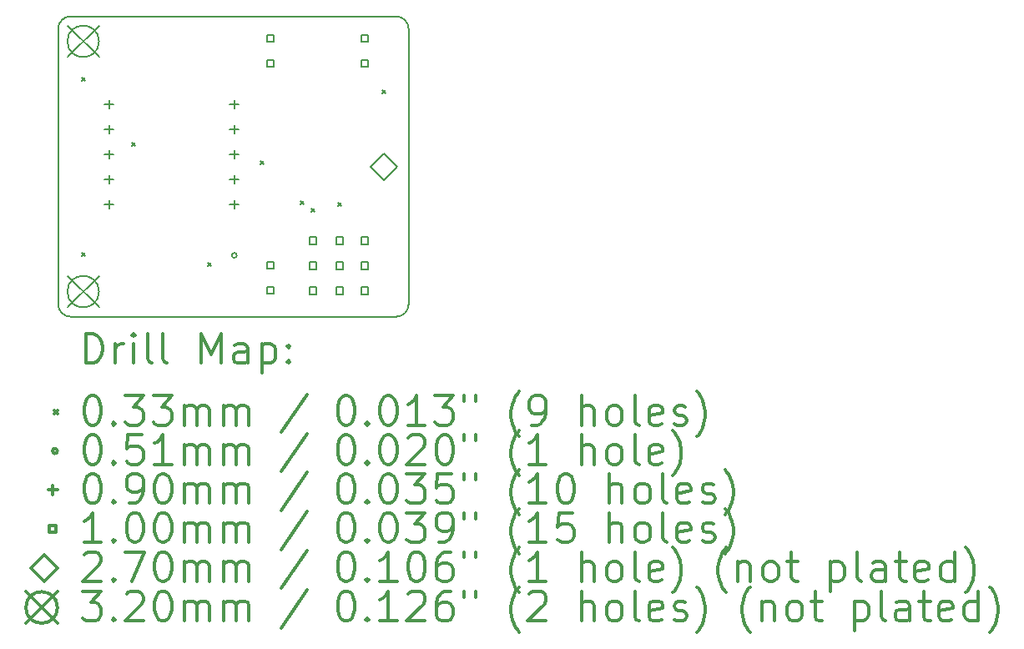
<source format=gbr>
%FSLAX45Y45*%
G04 Gerber Fmt 4.5, Leading zero omitted, Abs format (unit mm)*
G04 Created by KiCad (PCBNEW (5.0.0-rc2-dev-444-g2974a2c10)) date 09/21/18 18:48:51*
%MOMM*%
%LPD*%
G01*
G04 APERTURE LIST*
%ADD10C,0.150000*%
%ADD11C,0.200000*%
%ADD12C,0.300000*%
G04 APERTURE END LIST*
D10*
X18161000Y-4826000D02*
G75*
G02X18288000Y-4699000I127000J0D01*
G01*
X18288000Y-7747000D02*
G75*
G02X18161000Y-7620000I0J127000D01*
G01*
X21717000Y-7620000D02*
G75*
G02X21590000Y-7747000I-127000J0D01*
G01*
X21590000Y-4699000D02*
G75*
G02X21717000Y-4826000I0J-127000D01*
G01*
X18288000Y-4699000D02*
X21590000Y-4699000D01*
X18161000Y-7620000D02*
X18161000Y-4826000D01*
X21590000Y-7747000D02*
X18288000Y-7747000D01*
X21717000Y-7620000D02*
X21717000Y-4826000D01*
D11*
X18398490Y-5317490D02*
X18431510Y-5350510D01*
X18431510Y-5317490D02*
X18398490Y-5350510D01*
X18398490Y-7095490D02*
X18431510Y-7128510D01*
X18431510Y-7095490D02*
X18398490Y-7128510D01*
X18906490Y-5977890D02*
X18939510Y-6010910D01*
X18939510Y-5977890D02*
X18906490Y-6010910D01*
X19681190Y-7197090D02*
X19714210Y-7230110D01*
X19714210Y-7197090D02*
X19681190Y-7230110D01*
X20214590Y-6168390D02*
X20247610Y-6201410D01*
X20247610Y-6168390D02*
X20214590Y-6201410D01*
X20620990Y-6574790D02*
X20654010Y-6607810D01*
X20654010Y-6574790D02*
X20620990Y-6607810D01*
X20730210Y-6648450D02*
X20763230Y-6681470D01*
X20763230Y-6648450D02*
X20730210Y-6681470D01*
X21001990Y-6587490D02*
X21035010Y-6620510D01*
X21035010Y-6587490D02*
X21001990Y-6620510D01*
X21446490Y-5444490D02*
X21479510Y-5477510D01*
X21479510Y-5444490D02*
X21446490Y-5477510D01*
X19973290Y-7124700D02*
G75*
G03X19973290Y-7124700I-25400J0D01*
G01*
X18678500Y-5547000D02*
X18678500Y-5637000D01*
X18633500Y-5592000D02*
X18723500Y-5592000D01*
X18678500Y-5801000D02*
X18678500Y-5891000D01*
X18633500Y-5846000D02*
X18723500Y-5846000D01*
X18678500Y-6055000D02*
X18678500Y-6145000D01*
X18633500Y-6100000D02*
X18723500Y-6100000D01*
X18678500Y-6309000D02*
X18678500Y-6399000D01*
X18633500Y-6354000D02*
X18723500Y-6354000D01*
X18678500Y-6563000D02*
X18678500Y-6653000D01*
X18633500Y-6608000D02*
X18723500Y-6608000D01*
X19948500Y-5547000D02*
X19948500Y-5637000D01*
X19903500Y-5592000D02*
X19993500Y-5592000D01*
X19948500Y-5801000D02*
X19948500Y-5891000D01*
X19903500Y-5846000D02*
X19993500Y-5846000D01*
X19948500Y-6055000D02*
X19948500Y-6145000D01*
X19903500Y-6100000D02*
X19993500Y-6100000D01*
X19948500Y-6309000D02*
X19948500Y-6399000D01*
X19903500Y-6354000D02*
X19993500Y-6354000D01*
X19948500Y-6563000D02*
X19948500Y-6653000D01*
X19903500Y-6608000D02*
X19993500Y-6608000D01*
X21307856Y-4960356D02*
X21307856Y-4889644D01*
X21237144Y-4889644D01*
X21237144Y-4960356D01*
X21307856Y-4960356D01*
X21307856Y-5214356D02*
X21307856Y-5143644D01*
X21237144Y-5143644D01*
X21237144Y-5214356D01*
X21307856Y-5214356D01*
X21307856Y-7010356D02*
X21307856Y-6939644D01*
X21237144Y-6939644D01*
X21237144Y-7010356D01*
X21307856Y-7010356D01*
X21307856Y-7264356D02*
X21307856Y-7193644D01*
X21237144Y-7193644D01*
X21237144Y-7264356D01*
X21307856Y-7264356D01*
X21307856Y-7518356D02*
X21307856Y-7447644D01*
X21237144Y-7447644D01*
X21237144Y-7518356D01*
X21307856Y-7518356D01*
X20348856Y-7260356D02*
X20348856Y-7189644D01*
X20278144Y-7189644D01*
X20278144Y-7260356D01*
X20348856Y-7260356D01*
X20348856Y-7514356D02*
X20348856Y-7443644D01*
X20278144Y-7443644D01*
X20278144Y-7514356D01*
X20348856Y-7514356D01*
X20782189Y-7010356D02*
X20782189Y-6939644D01*
X20711478Y-6939644D01*
X20711478Y-7010356D01*
X20782189Y-7010356D01*
X20782189Y-7264356D02*
X20782189Y-7193644D01*
X20711478Y-7193644D01*
X20711478Y-7264356D01*
X20782189Y-7264356D01*
X20782189Y-7518356D02*
X20782189Y-7447644D01*
X20711478Y-7447644D01*
X20711478Y-7518356D01*
X20782189Y-7518356D01*
X21053856Y-7010356D02*
X21053856Y-6939644D01*
X20983144Y-6939644D01*
X20983144Y-7010356D01*
X21053856Y-7010356D01*
X21053856Y-7264356D02*
X21053856Y-7193644D01*
X20983144Y-7193644D01*
X20983144Y-7264356D01*
X21053856Y-7264356D01*
X21053856Y-7518356D02*
X21053856Y-7447644D01*
X20983144Y-7447644D01*
X20983144Y-7518356D01*
X21053856Y-7518356D01*
X20348856Y-4956356D02*
X20348856Y-4885644D01*
X20278144Y-4885644D01*
X20278144Y-4956356D01*
X20348856Y-4956356D01*
X20348856Y-5210356D02*
X20348856Y-5139644D01*
X20278144Y-5139644D01*
X20278144Y-5210356D01*
X20348856Y-5210356D01*
X21463000Y-6358000D02*
X21598000Y-6223000D01*
X21463000Y-6088000D01*
X21328000Y-6223000D01*
X21463000Y-6358000D01*
X18255000Y-4793000D02*
X18575000Y-5113000D01*
X18575000Y-4793000D02*
X18255000Y-5113000D01*
X18575000Y-4953000D02*
G75*
G03X18575000Y-4953000I-160000J0D01*
G01*
X18255000Y-7333000D02*
X18575000Y-7653000D01*
X18575000Y-7333000D02*
X18255000Y-7653000D01*
X18575000Y-7493000D02*
G75*
G03X18575000Y-7493000I-160000J0D01*
G01*
D12*
X18439928Y-8220214D02*
X18439928Y-7920214D01*
X18511357Y-7920214D01*
X18554214Y-7934500D01*
X18582786Y-7963071D01*
X18597071Y-7991643D01*
X18611357Y-8048786D01*
X18611357Y-8091643D01*
X18597071Y-8148786D01*
X18582786Y-8177357D01*
X18554214Y-8205929D01*
X18511357Y-8220214D01*
X18439928Y-8220214D01*
X18739928Y-8220214D02*
X18739928Y-8020214D01*
X18739928Y-8077357D02*
X18754214Y-8048786D01*
X18768500Y-8034500D01*
X18797071Y-8020214D01*
X18825643Y-8020214D01*
X18925643Y-8220214D02*
X18925643Y-8020214D01*
X18925643Y-7920214D02*
X18911357Y-7934500D01*
X18925643Y-7948786D01*
X18939928Y-7934500D01*
X18925643Y-7920214D01*
X18925643Y-7948786D01*
X19111357Y-8220214D02*
X19082786Y-8205929D01*
X19068500Y-8177357D01*
X19068500Y-7920214D01*
X19268500Y-8220214D02*
X19239928Y-8205929D01*
X19225643Y-8177357D01*
X19225643Y-7920214D01*
X19611357Y-8220214D02*
X19611357Y-7920214D01*
X19711357Y-8134500D01*
X19811357Y-7920214D01*
X19811357Y-8220214D01*
X20082786Y-8220214D02*
X20082786Y-8063071D01*
X20068500Y-8034500D01*
X20039928Y-8020214D01*
X19982786Y-8020214D01*
X19954214Y-8034500D01*
X20082786Y-8205929D02*
X20054214Y-8220214D01*
X19982786Y-8220214D01*
X19954214Y-8205929D01*
X19939928Y-8177357D01*
X19939928Y-8148786D01*
X19954214Y-8120214D01*
X19982786Y-8105929D01*
X20054214Y-8105929D01*
X20082786Y-8091643D01*
X20225643Y-8020214D02*
X20225643Y-8320214D01*
X20225643Y-8034500D02*
X20254214Y-8020214D01*
X20311357Y-8020214D01*
X20339928Y-8034500D01*
X20354214Y-8048786D01*
X20368500Y-8077357D01*
X20368500Y-8163071D01*
X20354214Y-8191643D01*
X20339928Y-8205929D01*
X20311357Y-8220214D01*
X20254214Y-8220214D01*
X20225643Y-8205929D01*
X20497071Y-8191643D02*
X20511357Y-8205929D01*
X20497071Y-8220214D01*
X20482786Y-8205929D01*
X20497071Y-8191643D01*
X20497071Y-8220214D01*
X20497071Y-8034500D02*
X20511357Y-8048786D01*
X20497071Y-8063071D01*
X20482786Y-8048786D01*
X20497071Y-8034500D01*
X20497071Y-8063071D01*
X18120480Y-8697990D02*
X18153500Y-8731010D01*
X18153500Y-8697990D02*
X18120480Y-8731010D01*
X18497071Y-8550214D02*
X18525643Y-8550214D01*
X18554214Y-8564500D01*
X18568500Y-8578786D01*
X18582786Y-8607357D01*
X18597071Y-8664500D01*
X18597071Y-8735929D01*
X18582786Y-8793072D01*
X18568500Y-8821643D01*
X18554214Y-8835929D01*
X18525643Y-8850214D01*
X18497071Y-8850214D01*
X18468500Y-8835929D01*
X18454214Y-8821643D01*
X18439928Y-8793072D01*
X18425643Y-8735929D01*
X18425643Y-8664500D01*
X18439928Y-8607357D01*
X18454214Y-8578786D01*
X18468500Y-8564500D01*
X18497071Y-8550214D01*
X18725643Y-8821643D02*
X18739928Y-8835929D01*
X18725643Y-8850214D01*
X18711357Y-8835929D01*
X18725643Y-8821643D01*
X18725643Y-8850214D01*
X18839928Y-8550214D02*
X19025643Y-8550214D01*
X18925643Y-8664500D01*
X18968500Y-8664500D01*
X18997071Y-8678786D01*
X19011357Y-8693072D01*
X19025643Y-8721643D01*
X19025643Y-8793072D01*
X19011357Y-8821643D01*
X18997071Y-8835929D01*
X18968500Y-8850214D01*
X18882786Y-8850214D01*
X18854214Y-8835929D01*
X18839928Y-8821643D01*
X19125643Y-8550214D02*
X19311357Y-8550214D01*
X19211357Y-8664500D01*
X19254214Y-8664500D01*
X19282786Y-8678786D01*
X19297071Y-8693072D01*
X19311357Y-8721643D01*
X19311357Y-8793072D01*
X19297071Y-8821643D01*
X19282786Y-8835929D01*
X19254214Y-8850214D01*
X19168500Y-8850214D01*
X19139928Y-8835929D01*
X19125643Y-8821643D01*
X19439928Y-8850214D02*
X19439928Y-8650214D01*
X19439928Y-8678786D02*
X19454214Y-8664500D01*
X19482786Y-8650214D01*
X19525643Y-8650214D01*
X19554214Y-8664500D01*
X19568500Y-8693072D01*
X19568500Y-8850214D01*
X19568500Y-8693072D02*
X19582786Y-8664500D01*
X19611357Y-8650214D01*
X19654214Y-8650214D01*
X19682786Y-8664500D01*
X19697071Y-8693072D01*
X19697071Y-8850214D01*
X19839928Y-8850214D02*
X19839928Y-8650214D01*
X19839928Y-8678786D02*
X19854214Y-8664500D01*
X19882786Y-8650214D01*
X19925643Y-8650214D01*
X19954214Y-8664500D01*
X19968500Y-8693072D01*
X19968500Y-8850214D01*
X19968500Y-8693072D02*
X19982786Y-8664500D01*
X20011357Y-8650214D01*
X20054214Y-8650214D01*
X20082786Y-8664500D01*
X20097071Y-8693072D01*
X20097071Y-8850214D01*
X20682786Y-8535929D02*
X20425643Y-8921643D01*
X21068500Y-8550214D02*
X21097071Y-8550214D01*
X21125643Y-8564500D01*
X21139928Y-8578786D01*
X21154214Y-8607357D01*
X21168500Y-8664500D01*
X21168500Y-8735929D01*
X21154214Y-8793072D01*
X21139928Y-8821643D01*
X21125643Y-8835929D01*
X21097071Y-8850214D01*
X21068500Y-8850214D01*
X21039928Y-8835929D01*
X21025643Y-8821643D01*
X21011357Y-8793072D01*
X20997071Y-8735929D01*
X20997071Y-8664500D01*
X21011357Y-8607357D01*
X21025643Y-8578786D01*
X21039928Y-8564500D01*
X21068500Y-8550214D01*
X21297071Y-8821643D02*
X21311357Y-8835929D01*
X21297071Y-8850214D01*
X21282786Y-8835929D01*
X21297071Y-8821643D01*
X21297071Y-8850214D01*
X21497071Y-8550214D02*
X21525643Y-8550214D01*
X21554214Y-8564500D01*
X21568500Y-8578786D01*
X21582786Y-8607357D01*
X21597071Y-8664500D01*
X21597071Y-8735929D01*
X21582786Y-8793072D01*
X21568500Y-8821643D01*
X21554214Y-8835929D01*
X21525643Y-8850214D01*
X21497071Y-8850214D01*
X21468500Y-8835929D01*
X21454214Y-8821643D01*
X21439928Y-8793072D01*
X21425643Y-8735929D01*
X21425643Y-8664500D01*
X21439928Y-8607357D01*
X21454214Y-8578786D01*
X21468500Y-8564500D01*
X21497071Y-8550214D01*
X21882786Y-8850214D02*
X21711357Y-8850214D01*
X21797071Y-8850214D02*
X21797071Y-8550214D01*
X21768500Y-8593072D01*
X21739928Y-8621643D01*
X21711357Y-8635929D01*
X21982786Y-8550214D02*
X22168500Y-8550214D01*
X22068500Y-8664500D01*
X22111357Y-8664500D01*
X22139928Y-8678786D01*
X22154214Y-8693072D01*
X22168500Y-8721643D01*
X22168500Y-8793072D01*
X22154214Y-8821643D01*
X22139928Y-8835929D01*
X22111357Y-8850214D01*
X22025643Y-8850214D01*
X21997071Y-8835929D01*
X21982786Y-8821643D01*
X22282786Y-8550214D02*
X22282786Y-8607357D01*
X22397071Y-8550214D02*
X22397071Y-8607357D01*
X22839928Y-8964500D02*
X22825643Y-8950214D01*
X22797071Y-8907357D01*
X22782786Y-8878786D01*
X22768500Y-8835929D01*
X22754214Y-8764500D01*
X22754214Y-8707357D01*
X22768500Y-8635929D01*
X22782786Y-8593072D01*
X22797071Y-8564500D01*
X22825643Y-8521643D01*
X22839928Y-8507357D01*
X22968500Y-8850214D02*
X23025643Y-8850214D01*
X23054214Y-8835929D01*
X23068500Y-8821643D01*
X23097071Y-8778786D01*
X23111357Y-8721643D01*
X23111357Y-8607357D01*
X23097071Y-8578786D01*
X23082786Y-8564500D01*
X23054214Y-8550214D01*
X22997071Y-8550214D01*
X22968500Y-8564500D01*
X22954214Y-8578786D01*
X22939928Y-8607357D01*
X22939928Y-8678786D01*
X22954214Y-8707357D01*
X22968500Y-8721643D01*
X22997071Y-8735929D01*
X23054214Y-8735929D01*
X23082786Y-8721643D01*
X23097071Y-8707357D01*
X23111357Y-8678786D01*
X23468500Y-8850214D02*
X23468500Y-8550214D01*
X23597071Y-8850214D02*
X23597071Y-8693072D01*
X23582786Y-8664500D01*
X23554214Y-8650214D01*
X23511357Y-8650214D01*
X23482786Y-8664500D01*
X23468500Y-8678786D01*
X23782786Y-8850214D02*
X23754214Y-8835929D01*
X23739928Y-8821643D01*
X23725643Y-8793072D01*
X23725643Y-8707357D01*
X23739928Y-8678786D01*
X23754214Y-8664500D01*
X23782786Y-8650214D01*
X23825643Y-8650214D01*
X23854214Y-8664500D01*
X23868500Y-8678786D01*
X23882786Y-8707357D01*
X23882786Y-8793072D01*
X23868500Y-8821643D01*
X23854214Y-8835929D01*
X23825643Y-8850214D01*
X23782786Y-8850214D01*
X24054214Y-8850214D02*
X24025643Y-8835929D01*
X24011357Y-8807357D01*
X24011357Y-8550214D01*
X24282786Y-8835929D02*
X24254214Y-8850214D01*
X24197071Y-8850214D01*
X24168500Y-8835929D01*
X24154214Y-8807357D01*
X24154214Y-8693072D01*
X24168500Y-8664500D01*
X24197071Y-8650214D01*
X24254214Y-8650214D01*
X24282786Y-8664500D01*
X24297071Y-8693072D01*
X24297071Y-8721643D01*
X24154214Y-8750214D01*
X24411357Y-8835929D02*
X24439928Y-8850214D01*
X24497071Y-8850214D01*
X24525643Y-8835929D01*
X24539928Y-8807357D01*
X24539928Y-8793072D01*
X24525643Y-8764500D01*
X24497071Y-8750214D01*
X24454214Y-8750214D01*
X24425643Y-8735929D01*
X24411357Y-8707357D01*
X24411357Y-8693072D01*
X24425643Y-8664500D01*
X24454214Y-8650214D01*
X24497071Y-8650214D01*
X24525643Y-8664500D01*
X24639928Y-8964500D02*
X24654214Y-8950214D01*
X24682786Y-8907357D01*
X24697071Y-8878786D01*
X24711357Y-8835929D01*
X24725643Y-8764500D01*
X24725643Y-8707357D01*
X24711357Y-8635929D01*
X24697071Y-8593072D01*
X24682786Y-8564500D01*
X24654214Y-8521643D01*
X24639928Y-8507357D01*
X18153500Y-9110500D02*
G75*
G03X18153500Y-9110500I-25400J0D01*
G01*
X18497071Y-8946214D02*
X18525643Y-8946214D01*
X18554214Y-8960500D01*
X18568500Y-8974786D01*
X18582786Y-9003357D01*
X18597071Y-9060500D01*
X18597071Y-9131929D01*
X18582786Y-9189072D01*
X18568500Y-9217643D01*
X18554214Y-9231929D01*
X18525643Y-9246214D01*
X18497071Y-9246214D01*
X18468500Y-9231929D01*
X18454214Y-9217643D01*
X18439928Y-9189072D01*
X18425643Y-9131929D01*
X18425643Y-9060500D01*
X18439928Y-9003357D01*
X18454214Y-8974786D01*
X18468500Y-8960500D01*
X18497071Y-8946214D01*
X18725643Y-9217643D02*
X18739928Y-9231929D01*
X18725643Y-9246214D01*
X18711357Y-9231929D01*
X18725643Y-9217643D01*
X18725643Y-9246214D01*
X19011357Y-8946214D02*
X18868500Y-8946214D01*
X18854214Y-9089072D01*
X18868500Y-9074786D01*
X18897071Y-9060500D01*
X18968500Y-9060500D01*
X18997071Y-9074786D01*
X19011357Y-9089072D01*
X19025643Y-9117643D01*
X19025643Y-9189072D01*
X19011357Y-9217643D01*
X18997071Y-9231929D01*
X18968500Y-9246214D01*
X18897071Y-9246214D01*
X18868500Y-9231929D01*
X18854214Y-9217643D01*
X19311357Y-9246214D02*
X19139928Y-9246214D01*
X19225643Y-9246214D02*
X19225643Y-8946214D01*
X19197071Y-8989072D01*
X19168500Y-9017643D01*
X19139928Y-9031929D01*
X19439928Y-9246214D02*
X19439928Y-9046214D01*
X19439928Y-9074786D02*
X19454214Y-9060500D01*
X19482786Y-9046214D01*
X19525643Y-9046214D01*
X19554214Y-9060500D01*
X19568500Y-9089072D01*
X19568500Y-9246214D01*
X19568500Y-9089072D02*
X19582786Y-9060500D01*
X19611357Y-9046214D01*
X19654214Y-9046214D01*
X19682786Y-9060500D01*
X19697071Y-9089072D01*
X19697071Y-9246214D01*
X19839928Y-9246214D02*
X19839928Y-9046214D01*
X19839928Y-9074786D02*
X19854214Y-9060500D01*
X19882786Y-9046214D01*
X19925643Y-9046214D01*
X19954214Y-9060500D01*
X19968500Y-9089072D01*
X19968500Y-9246214D01*
X19968500Y-9089072D02*
X19982786Y-9060500D01*
X20011357Y-9046214D01*
X20054214Y-9046214D01*
X20082786Y-9060500D01*
X20097071Y-9089072D01*
X20097071Y-9246214D01*
X20682786Y-8931929D02*
X20425643Y-9317643D01*
X21068500Y-8946214D02*
X21097071Y-8946214D01*
X21125643Y-8960500D01*
X21139928Y-8974786D01*
X21154214Y-9003357D01*
X21168500Y-9060500D01*
X21168500Y-9131929D01*
X21154214Y-9189072D01*
X21139928Y-9217643D01*
X21125643Y-9231929D01*
X21097071Y-9246214D01*
X21068500Y-9246214D01*
X21039928Y-9231929D01*
X21025643Y-9217643D01*
X21011357Y-9189072D01*
X20997071Y-9131929D01*
X20997071Y-9060500D01*
X21011357Y-9003357D01*
X21025643Y-8974786D01*
X21039928Y-8960500D01*
X21068500Y-8946214D01*
X21297071Y-9217643D02*
X21311357Y-9231929D01*
X21297071Y-9246214D01*
X21282786Y-9231929D01*
X21297071Y-9217643D01*
X21297071Y-9246214D01*
X21497071Y-8946214D02*
X21525643Y-8946214D01*
X21554214Y-8960500D01*
X21568500Y-8974786D01*
X21582786Y-9003357D01*
X21597071Y-9060500D01*
X21597071Y-9131929D01*
X21582786Y-9189072D01*
X21568500Y-9217643D01*
X21554214Y-9231929D01*
X21525643Y-9246214D01*
X21497071Y-9246214D01*
X21468500Y-9231929D01*
X21454214Y-9217643D01*
X21439928Y-9189072D01*
X21425643Y-9131929D01*
X21425643Y-9060500D01*
X21439928Y-9003357D01*
X21454214Y-8974786D01*
X21468500Y-8960500D01*
X21497071Y-8946214D01*
X21711357Y-8974786D02*
X21725643Y-8960500D01*
X21754214Y-8946214D01*
X21825643Y-8946214D01*
X21854214Y-8960500D01*
X21868500Y-8974786D01*
X21882786Y-9003357D01*
X21882786Y-9031929D01*
X21868500Y-9074786D01*
X21697071Y-9246214D01*
X21882786Y-9246214D01*
X22068500Y-8946214D02*
X22097071Y-8946214D01*
X22125643Y-8960500D01*
X22139928Y-8974786D01*
X22154214Y-9003357D01*
X22168500Y-9060500D01*
X22168500Y-9131929D01*
X22154214Y-9189072D01*
X22139928Y-9217643D01*
X22125643Y-9231929D01*
X22097071Y-9246214D01*
X22068500Y-9246214D01*
X22039928Y-9231929D01*
X22025643Y-9217643D01*
X22011357Y-9189072D01*
X21997071Y-9131929D01*
X21997071Y-9060500D01*
X22011357Y-9003357D01*
X22025643Y-8974786D01*
X22039928Y-8960500D01*
X22068500Y-8946214D01*
X22282786Y-8946214D02*
X22282786Y-9003357D01*
X22397071Y-8946214D02*
X22397071Y-9003357D01*
X22839928Y-9360500D02*
X22825643Y-9346214D01*
X22797071Y-9303357D01*
X22782786Y-9274786D01*
X22768500Y-9231929D01*
X22754214Y-9160500D01*
X22754214Y-9103357D01*
X22768500Y-9031929D01*
X22782786Y-8989072D01*
X22797071Y-8960500D01*
X22825643Y-8917643D01*
X22839928Y-8903357D01*
X23111357Y-9246214D02*
X22939928Y-9246214D01*
X23025643Y-9246214D02*
X23025643Y-8946214D01*
X22997071Y-8989072D01*
X22968500Y-9017643D01*
X22939928Y-9031929D01*
X23468500Y-9246214D02*
X23468500Y-8946214D01*
X23597071Y-9246214D02*
X23597071Y-9089072D01*
X23582786Y-9060500D01*
X23554214Y-9046214D01*
X23511357Y-9046214D01*
X23482786Y-9060500D01*
X23468500Y-9074786D01*
X23782786Y-9246214D02*
X23754214Y-9231929D01*
X23739928Y-9217643D01*
X23725643Y-9189072D01*
X23725643Y-9103357D01*
X23739928Y-9074786D01*
X23754214Y-9060500D01*
X23782786Y-9046214D01*
X23825643Y-9046214D01*
X23854214Y-9060500D01*
X23868500Y-9074786D01*
X23882786Y-9103357D01*
X23882786Y-9189072D01*
X23868500Y-9217643D01*
X23854214Y-9231929D01*
X23825643Y-9246214D01*
X23782786Y-9246214D01*
X24054214Y-9246214D02*
X24025643Y-9231929D01*
X24011357Y-9203357D01*
X24011357Y-8946214D01*
X24282786Y-9231929D02*
X24254214Y-9246214D01*
X24197071Y-9246214D01*
X24168500Y-9231929D01*
X24154214Y-9203357D01*
X24154214Y-9089072D01*
X24168500Y-9060500D01*
X24197071Y-9046214D01*
X24254214Y-9046214D01*
X24282786Y-9060500D01*
X24297071Y-9089072D01*
X24297071Y-9117643D01*
X24154214Y-9146214D01*
X24397071Y-9360500D02*
X24411357Y-9346214D01*
X24439928Y-9303357D01*
X24454214Y-9274786D01*
X24468500Y-9231929D01*
X24482786Y-9160500D01*
X24482786Y-9103357D01*
X24468500Y-9031929D01*
X24454214Y-8989072D01*
X24439928Y-8960500D01*
X24411357Y-8917643D01*
X24397071Y-8903357D01*
X18108500Y-9461500D02*
X18108500Y-9551500D01*
X18063500Y-9506500D02*
X18153500Y-9506500D01*
X18497071Y-9342214D02*
X18525643Y-9342214D01*
X18554214Y-9356500D01*
X18568500Y-9370786D01*
X18582786Y-9399357D01*
X18597071Y-9456500D01*
X18597071Y-9527929D01*
X18582786Y-9585072D01*
X18568500Y-9613643D01*
X18554214Y-9627929D01*
X18525643Y-9642214D01*
X18497071Y-9642214D01*
X18468500Y-9627929D01*
X18454214Y-9613643D01*
X18439928Y-9585072D01*
X18425643Y-9527929D01*
X18425643Y-9456500D01*
X18439928Y-9399357D01*
X18454214Y-9370786D01*
X18468500Y-9356500D01*
X18497071Y-9342214D01*
X18725643Y-9613643D02*
X18739928Y-9627929D01*
X18725643Y-9642214D01*
X18711357Y-9627929D01*
X18725643Y-9613643D01*
X18725643Y-9642214D01*
X18882786Y-9642214D02*
X18939928Y-9642214D01*
X18968500Y-9627929D01*
X18982786Y-9613643D01*
X19011357Y-9570786D01*
X19025643Y-9513643D01*
X19025643Y-9399357D01*
X19011357Y-9370786D01*
X18997071Y-9356500D01*
X18968500Y-9342214D01*
X18911357Y-9342214D01*
X18882786Y-9356500D01*
X18868500Y-9370786D01*
X18854214Y-9399357D01*
X18854214Y-9470786D01*
X18868500Y-9499357D01*
X18882786Y-9513643D01*
X18911357Y-9527929D01*
X18968500Y-9527929D01*
X18997071Y-9513643D01*
X19011357Y-9499357D01*
X19025643Y-9470786D01*
X19211357Y-9342214D02*
X19239928Y-9342214D01*
X19268500Y-9356500D01*
X19282786Y-9370786D01*
X19297071Y-9399357D01*
X19311357Y-9456500D01*
X19311357Y-9527929D01*
X19297071Y-9585072D01*
X19282786Y-9613643D01*
X19268500Y-9627929D01*
X19239928Y-9642214D01*
X19211357Y-9642214D01*
X19182786Y-9627929D01*
X19168500Y-9613643D01*
X19154214Y-9585072D01*
X19139928Y-9527929D01*
X19139928Y-9456500D01*
X19154214Y-9399357D01*
X19168500Y-9370786D01*
X19182786Y-9356500D01*
X19211357Y-9342214D01*
X19439928Y-9642214D02*
X19439928Y-9442214D01*
X19439928Y-9470786D02*
X19454214Y-9456500D01*
X19482786Y-9442214D01*
X19525643Y-9442214D01*
X19554214Y-9456500D01*
X19568500Y-9485072D01*
X19568500Y-9642214D01*
X19568500Y-9485072D02*
X19582786Y-9456500D01*
X19611357Y-9442214D01*
X19654214Y-9442214D01*
X19682786Y-9456500D01*
X19697071Y-9485072D01*
X19697071Y-9642214D01*
X19839928Y-9642214D02*
X19839928Y-9442214D01*
X19839928Y-9470786D02*
X19854214Y-9456500D01*
X19882786Y-9442214D01*
X19925643Y-9442214D01*
X19954214Y-9456500D01*
X19968500Y-9485072D01*
X19968500Y-9642214D01*
X19968500Y-9485072D02*
X19982786Y-9456500D01*
X20011357Y-9442214D01*
X20054214Y-9442214D01*
X20082786Y-9456500D01*
X20097071Y-9485072D01*
X20097071Y-9642214D01*
X20682786Y-9327929D02*
X20425643Y-9713643D01*
X21068500Y-9342214D02*
X21097071Y-9342214D01*
X21125643Y-9356500D01*
X21139928Y-9370786D01*
X21154214Y-9399357D01*
X21168500Y-9456500D01*
X21168500Y-9527929D01*
X21154214Y-9585072D01*
X21139928Y-9613643D01*
X21125643Y-9627929D01*
X21097071Y-9642214D01*
X21068500Y-9642214D01*
X21039928Y-9627929D01*
X21025643Y-9613643D01*
X21011357Y-9585072D01*
X20997071Y-9527929D01*
X20997071Y-9456500D01*
X21011357Y-9399357D01*
X21025643Y-9370786D01*
X21039928Y-9356500D01*
X21068500Y-9342214D01*
X21297071Y-9613643D02*
X21311357Y-9627929D01*
X21297071Y-9642214D01*
X21282786Y-9627929D01*
X21297071Y-9613643D01*
X21297071Y-9642214D01*
X21497071Y-9342214D02*
X21525643Y-9342214D01*
X21554214Y-9356500D01*
X21568500Y-9370786D01*
X21582786Y-9399357D01*
X21597071Y-9456500D01*
X21597071Y-9527929D01*
X21582786Y-9585072D01*
X21568500Y-9613643D01*
X21554214Y-9627929D01*
X21525643Y-9642214D01*
X21497071Y-9642214D01*
X21468500Y-9627929D01*
X21454214Y-9613643D01*
X21439928Y-9585072D01*
X21425643Y-9527929D01*
X21425643Y-9456500D01*
X21439928Y-9399357D01*
X21454214Y-9370786D01*
X21468500Y-9356500D01*
X21497071Y-9342214D01*
X21697071Y-9342214D02*
X21882786Y-9342214D01*
X21782786Y-9456500D01*
X21825643Y-9456500D01*
X21854214Y-9470786D01*
X21868500Y-9485072D01*
X21882786Y-9513643D01*
X21882786Y-9585072D01*
X21868500Y-9613643D01*
X21854214Y-9627929D01*
X21825643Y-9642214D01*
X21739928Y-9642214D01*
X21711357Y-9627929D01*
X21697071Y-9613643D01*
X22154214Y-9342214D02*
X22011357Y-9342214D01*
X21997071Y-9485072D01*
X22011357Y-9470786D01*
X22039928Y-9456500D01*
X22111357Y-9456500D01*
X22139928Y-9470786D01*
X22154214Y-9485072D01*
X22168500Y-9513643D01*
X22168500Y-9585072D01*
X22154214Y-9613643D01*
X22139928Y-9627929D01*
X22111357Y-9642214D01*
X22039928Y-9642214D01*
X22011357Y-9627929D01*
X21997071Y-9613643D01*
X22282786Y-9342214D02*
X22282786Y-9399357D01*
X22397071Y-9342214D02*
X22397071Y-9399357D01*
X22839928Y-9756500D02*
X22825643Y-9742214D01*
X22797071Y-9699357D01*
X22782786Y-9670786D01*
X22768500Y-9627929D01*
X22754214Y-9556500D01*
X22754214Y-9499357D01*
X22768500Y-9427929D01*
X22782786Y-9385072D01*
X22797071Y-9356500D01*
X22825643Y-9313643D01*
X22839928Y-9299357D01*
X23111357Y-9642214D02*
X22939928Y-9642214D01*
X23025643Y-9642214D02*
X23025643Y-9342214D01*
X22997071Y-9385072D01*
X22968500Y-9413643D01*
X22939928Y-9427929D01*
X23297071Y-9342214D02*
X23325643Y-9342214D01*
X23354214Y-9356500D01*
X23368500Y-9370786D01*
X23382786Y-9399357D01*
X23397071Y-9456500D01*
X23397071Y-9527929D01*
X23382786Y-9585072D01*
X23368500Y-9613643D01*
X23354214Y-9627929D01*
X23325643Y-9642214D01*
X23297071Y-9642214D01*
X23268500Y-9627929D01*
X23254214Y-9613643D01*
X23239928Y-9585072D01*
X23225643Y-9527929D01*
X23225643Y-9456500D01*
X23239928Y-9399357D01*
X23254214Y-9370786D01*
X23268500Y-9356500D01*
X23297071Y-9342214D01*
X23754214Y-9642214D02*
X23754214Y-9342214D01*
X23882786Y-9642214D02*
X23882786Y-9485072D01*
X23868500Y-9456500D01*
X23839928Y-9442214D01*
X23797071Y-9442214D01*
X23768500Y-9456500D01*
X23754214Y-9470786D01*
X24068500Y-9642214D02*
X24039928Y-9627929D01*
X24025643Y-9613643D01*
X24011357Y-9585072D01*
X24011357Y-9499357D01*
X24025643Y-9470786D01*
X24039928Y-9456500D01*
X24068500Y-9442214D01*
X24111357Y-9442214D01*
X24139928Y-9456500D01*
X24154214Y-9470786D01*
X24168500Y-9499357D01*
X24168500Y-9585072D01*
X24154214Y-9613643D01*
X24139928Y-9627929D01*
X24111357Y-9642214D01*
X24068500Y-9642214D01*
X24339928Y-9642214D02*
X24311357Y-9627929D01*
X24297071Y-9599357D01*
X24297071Y-9342214D01*
X24568500Y-9627929D02*
X24539928Y-9642214D01*
X24482786Y-9642214D01*
X24454214Y-9627929D01*
X24439928Y-9599357D01*
X24439928Y-9485072D01*
X24454214Y-9456500D01*
X24482786Y-9442214D01*
X24539928Y-9442214D01*
X24568500Y-9456500D01*
X24582786Y-9485072D01*
X24582786Y-9513643D01*
X24439928Y-9542214D01*
X24697071Y-9627929D02*
X24725643Y-9642214D01*
X24782786Y-9642214D01*
X24811357Y-9627929D01*
X24825643Y-9599357D01*
X24825643Y-9585072D01*
X24811357Y-9556500D01*
X24782786Y-9542214D01*
X24739928Y-9542214D01*
X24711357Y-9527929D01*
X24697071Y-9499357D01*
X24697071Y-9485072D01*
X24711357Y-9456500D01*
X24739928Y-9442214D01*
X24782786Y-9442214D01*
X24811357Y-9456500D01*
X24925643Y-9756500D02*
X24939928Y-9742214D01*
X24968500Y-9699357D01*
X24982786Y-9670786D01*
X24997071Y-9627929D01*
X25011357Y-9556500D01*
X25011357Y-9499357D01*
X24997071Y-9427929D01*
X24982786Y-9385072D01*
X24968500Y-9356500D01*
X24939928Y-9313643D01*
X24925643Y-9299357D01*
X18138856Y-9937856D02*
X18138856Y-9867144D01*
X18068144Y-9867144D01*
X18068144Y-9937856D01*
X18138856Y-9937856D01*
X18597071Y-10038214D02*
X18425643Y-10038214D01*
X18511357Y-10038214D02*
X18511357Y-9738214D01*
X18482786Y-9781072D01*
X18454214Y-9809643D01*
X18425643Y-9823929D01*
X18725643Y-10009643D02*
X18739928Y-10023929D01*
X18725643Y-10038214D01*
X18711357Y-10023929D01*
X18725643Y-10009643D01*
X18725643Y-10038214D01*
X18925643Y-9738214D02*
X18954214Y-9738214D01*
X18982786Y-9752500D01*
X18997071Y-9766786D01*
X19011357Y-9795357D01*
X19025643Y-9852500D01*
X19025643Y-9923929D01*
X19011357Y-9981072D01*
X18997071Y-10009643D01*
X18982786Y-10023929D01*
X18954214Y-10038214D01*
X18925643Y-10038214D01*
X18897071Y-10023929D01*
X18882786Y-10009643D01*
X18868500Y-9981072D01*
X18854214Y-9923929D01*
X18854214Y-9852500D01*
X18868500Y-9795357D01*
X18882786Y-9766786D01*
X18897071Y-9752500D01*
X18925643Y-9738214D01*
X19211357Y-9738214D02*
X19239928Y-9738214D01*
X19268500Y-9752500D01*
X19282786Y-9766786D01*
X19297071Y-9795357D01*
X19311357Y-9852500D01*
X19311357Y-9923929D01*
X19297071Y-9981072D01*
X19282786Y-10009643D01*
X19268500Y-10023929D01*
X19239928Y-10038214D01*
X19211357Y-10038214D01*
X19182786Y-10023929D01*
X19168500Y-10009643D01*
X19154214Y-9981072D01*
X19139928Y-9923929D01*
X19139928Y-9852500D01*
X19154214Y-9795357D01*
X19168500Y-9766786D01*
X19182786Y-9752500D01*
X19211357Y-9738214D01*
X19439928Y-10038214D02*
X19439928Y-9838214D01*
X19439928Y-9866786D02*
X19454214Y-9852500D01*
X19482786Y-9838214D01*
X19525643Y-9838214D01*
X19554214Y-9852500D01*
X19568500Y-9881072D01*
X19568500Y-10038214D01*
X19568500Y-9881072D02*
X19582786Y-9852500D01*
X19611357Y-9838214D01*
X19654214Y-9838214D01*
X19682786Y-9852500D01*
X19697071Y-9881072D01*
X19697071Y-10038214D01*
X19839928Y-10038214D02*
X19839928Y-9838214D01*
X19839928Y-9866786D02*
X19854214Y-9852500D01*
X19882786Y-9838214D01*
X19925643Y-9838214D01*
X19954214Y-9852500D01*
X19968500Y-9881072D01*
X19968500Y-10038214D01*
X19968500Y-9881072D02*
X19982786Y-9852500D01*
X20011357Y-9838214D01*
X20054214Y-9838214D01*
X20082786Y-9852500D01*
X20097071Y-9881072D01*
X20097071Y-10038214D01*
X20682786Y-9723929D02*
X20425643Y-10109643D01*
X21068500Y-9738214D02*
X21097071Y-9738214D01*
X21125643Y-9752500D01*
X21139928Y-9766786D01*
X21154214Y-9795357D01*
X21168500Y-9852500D01*
X21168500Y-9923929D01*
X21154214Y-9981072D01*
X21139928Y-10009643D01*
X21125643Y-10023929D01*
X21097071Y-10038214D01*
X21068500Y-10038214D01*
X21039928Y-10023929D01*
X21025643Y-10009643D01*
X21011357Y-9981072D01*
X20997071Y-9923929D01*
X20997071Y-9852500D01*
X21011357Y-9795357D01*
X21025643Y-9766786D01*
X21039928Y-9752500D01*
X21068500Y-9738214D01*
X21297071Y-10009643D02*
X21311357Y-10023929D01*
X21297071Y-10038214D01*
X21282786Y-10023929D01*
X21297071Y-10009643D01*
X21297071Y-10038214D01*
X21497071Y-9738214D02*
X21525643Y-9738214D01*
X21554214Y-9752500D01*
X21568500Y-9766786D01*
X21582786Y-9795357D01*
X21597071Y-9852500D01*
X21597071Y-9923929D01*
X21582786Y-9981072D01*
X21568500Y-10009643D01*
X21554214Y-10023929D01*
X21525643Y-10038214D01*
X21497071Y-10038214D01*
X21468500Y-10023929D01*
X21454214Y-10009643D01*
X21439928Y-9981072D01*
X21425643Y-9923929D01*
X21425643Y-9852500D01*
X21439928Y-9795357D01*
X21454214Y-9766786D01*
X21468500Y-9752500D01*
X21497071Y-9738214D01*
X21697071Y-9738214D02*
X21882786Y-9738214D01*
X21782786Y-9852500D01*
X21825643Y-9852500D01*
X21854214Y-9866786D01*
X21868500Y-9881072D01*
X21882786Y-9909643D01*
X21882786Y-9981072D01*
X21868500Y-10009643D01*
X21854214Y-10023929D01*
X21825643Y-10038214D01*
X21739928Y-10038214D01*
X21711357Y-10023929D01*
X21697071Y-10009643D01*
X22025643Y-10038214D02*
X22082786Y-10038214D01*
X22111357Y-10023929D01*
X22125643Y-10009643D01*
X22154214Y-9966786D01*
X22168500Y-9909643D01*
X22168500Y-9795357D01*
X22154214Y-9766786D01*
X22139928Y-9752500D01*
X22111357Y-9738214D01*
X22054214Y-9738214D01*
X22025643Y-9752500D01*
X22011357Y-9766786D01*
X21997071Y-9795357D01*
X21997071Y-9866786D01*
X22011357Y-9895357D01*
X22025643Y-9909643D01*
X22054214Y-9923929D01*
X22111357Y-9923929D01*
X22139928Y-9909643D01*
X22154214Y-9895357D01*
X22168500Y-9866786D01*
X22282786Y-9738214D02*
X22282786Y-9795357D01*
X22397071Y-9738214D02*
X22397071Y-9795357D01*
X22839928Y-10152500D02*
X22825643Y-10138214D01*
X22797071Y-10095357D01*
X22782786Y-10066786D01*
X22768500Y-10023929D01*
X22754214Y-9952500D01*
X22754214Y-9895357D01*
X22768500Y-9823929D01*
X22782786Y-9781072D01*
X22797071Y-9752500D01*
X22825643Y-9709643D01*
X22839928Y-9695357D01*
X23111357Y-10038214D02*
X22939928Y-10038214D01*
X23025643Y-10038214D02*
X23025643Y-9738214D01*
X22997071Y-9781072D01*
X22968500Y-9809643D01*
X22939928Y-9823929D01*
X23382786Y-9738214D02*
X23239928Y-9738214D01*
X23225643Y-9881072D01*
X23239928Y-9866786D01*
X23268500Y-9852500D01*
X23339928Y-9852500D01*
X23368500Y-9866786D01*
X23382786Y-9881072D01*
X23397071Y-9909643D01*
X23397071Y-9981072D01*
X23382786Y-10009643D01*
X23368500Y-10023929D01*
X23339928Y-10038214D01*
X23268500Y-10038214D01*
X23239928Y-10023929D01*
X23225643Y-10009643D01*
X23754214Y-10038214D02*
X23754214Y-9738214D01*
X23882786Y-10038214D02*
X23882786Y-9881072D01*
X23868500Y-9852500D01*
X23839928Y-9838214D01*
X23797071Y-9838214D01*
X23768500Y-9852500D01*
X23754214Y-9866786D01*
X24068500Y-10038214D02*
X24039928Y-10023929D01*
X24025643Y-10009643D01*
X24011357Y-9981072D01*
X24011357Y-9895357D01*
X24025643Y-9866786D01*
X24039928Y-9852500D01*
X24068500Y-9838214D01*
X24111357Y-9838214D01*
X24139928Y-9852500D01*
X24154214Y-9866786D01*
X24168500Y-9895357D01*
X24168500Y-9981072D01*
X24154214Y-10009643D01*
X24139928Y-10023929D01*
X24111357Y-10038214D01*
X24068500Y-10038214D01*
X24339928Y-10038214D02*
X24311357Y-10023929D01*
X24297071Y-9995357D01*
X24297071Y-9738214D01*
X24568500Y-10023929D02*
X24539928Y-10038214D01*
X24482786Y-10038214D01*
X24454214Y-10023929D01*
X24439928Y-9995357D01*
X24439928Y-9881072D01*
X24454214Y-9852500D01*
X24482786Y-9838214D01*
X24539928Y-9838214D01*
X24568500Y-9852500D01*
X24582786Y-9881072D01*
X24582786Y-9909643D01*
X24439928Y-9938214D01*
X24697071Y-10023929D02*
X24725643Y-10038214D01*
X24782786Y-10038214D01*
X24811357Y-10023929D01*
X24825643Y-9995357D01*
X24825643Y-9981072D01*
X24811357Y-9952500D01*
X24782786Y-9938214D01*
X24739928Y-9938214D01*
X24711357Y-9923929D01*
X24697071Y-9895357D01*
X24697071Y-9881072D01*
X24711357Y-9852500D01*
X24739928Y-9838214D01*
X24782786Y-9838214D01*
X24811357Y-9852500D01*
X24925643Y-10152500D02*
X24939928Y-10138214D01*
X24968500Y-10095357D01*
X24982786Y-10066786D01*
X24997071Y-10023929D01*
X25011357Y-9952500D01*
X25011357Y-9895357D01*
X24997071Y-9823929D01*
X24982786Y-9781072D01*
X24968500Y-9752500D01*
X24939928Y-9709643D01*
X24925643Y-9695357D01*
X18018500Y-10433500D02*
X18153500Y-10298500D01*
X18018500Y-10163500D01*
X17883500Y-10298500D01*
X18018500Y-10433500D01*
X18425643Y-10162786D02*
X18439928Y-10148500D01*
X18468500Y-10134214D01*
X18539928Y-10134214D01*
X18568500Y-10148500D01*
X18582786Y-10162786D01*
X18597071Y-10191357D01*
X18597071Y-10219929D01*
X18582786Y-10262786D01*
X18411357Y-10434214D01*
X18597071Y-10434214D01*
X18725643Y-10405643D02*
X18739928Y-10419929D01*
X18725643Y-10434214D01*
X18711357Y-10419929D01*
X18725643Y-10405643D01*
X18725643Y-10434214D01*
X18839928Y-10134214D02*
X19039928Y-10134214D01*
X18911357Y-10434214D01*
X19211357Y-10134214D02*
X19239928Y-10134214D01*
X19268500Y-10148500D01*
X19282786Y-10162786D01*
X19297071Y-10191357D01*
X19311357Y-10248500D01*
X19311357Y-10319929D01*
X19297071Y-10377072D01*
X19282786Y-10405643D01*
X19268500Y-10419929D01*
X19239928Y-10434214D01*
X19211357Y-10434214D01*
X19182786Y-10419929D01*
X19168500Y-10405643D01*
X19154214Y-10377072D01*
X19139928Y-10319929D01*
X19139928Y-10248500D01*
X19154214Y-10191357D01*
X19168500Y-10162786D01*
X19182786Y-10148500D01*
X19211357Y-10134214D01*
X19439928Y-10434214D02*
X19439928Y-10234214D01*
X19439928Y-10262786D02*
X19454214Y-10248500D01*
X19482786Y-10234214D01*
X19525643Y-10234214D01*
X19554214Y-10248500D01*
X19568500Y-10277072D01*
X19568500Y-10434214D01*
X19568500Y-10277072D02*
X19582786Y-10248500D01*
X19611357Y-10234214D01*
X19654214Y-10234214D01*
X19682786Y-10248500D01*
X19697071Y-10277072D01*
X19697071Y-10434214D01*
X19839928Y-10434214D02*
X19839928Y-10234214D01*
X19839928Y-10262786D02*
X19854214Y-10248500D01*
X19882786Y-10234214D01*
X19925643Y-10234214D01*
X19954214Y-10248500D01*
X19968500Y-10277072D01*
X19968500Y-10434214D01*
X19968500Y-10277072D02*
X19982786Y-10248500D01*
X20011357Y-10234214D01*
X20054214Y-10234214D01*
X20082786Y-10248500D01*
X20097071Y-10277072D01*
X20097071Y-10434214D01*
X20682786Y-10119929D02*
X20425643Y-10505643D01*
X21068500Y-10134214D02*
X21097071Y-10134214D01*
X21125643Y-10148500D01*
X21139928Y-10162786D01*
X21154214Y-10191357D01*
X21168500Y-10248500D01*
X21168500Y-10319929D01*
X21154214Y-10377072D01*
X21139928Y-10405643D01*
X21125643Y-10419929D01*
X21097071Y-10434214D01*
X21068500Y-10434214D01*
X21039928Y-10419929D01*
X21025643Y-10405643D01*
X21011357Y-10377072D01*
X20997071Y-10319929D01*
X20997071Y-10248500D01*
X21011357Y-10191357D01*
X21025643Y-10162786D01*
X21039928Y-10148500D01*
X21068500Y-10134214D01*
X21297071Y-10405643D02*
X21311357Y-10419929D01*
X21297071Y-10434214D01*
X21282786Y-10419929D01*
X21297071Y-10405643D01*
X21297071Y-10434214D01*
X21597071Y-10434214D02*
X21425643Y-10434214D01*
X21511357Y-10434214D02*
X21511357Y-10134214D01*
X21482786Y-10177072D01*
X21454214Y-10205643D01*
X21425643Y-10219929D01*
X21782786Y-10134214D02*
X21811357Y-10134214D01*
X21839928Y-10148500D01*
X21854214Y-10162786D01*
X21868500Y-10191357D01*
X21882786Y-10248500D01*
X21882786Y-10319929D01*
X21868500Y-10377072D01*
X21854214Y-10405643D01*
X21839928Y-10419929D01*
X21811357Y-10434214D01*
X21782786Y-10434214D01*
X21754214Y-10419929D01*
X21739928Y-10405643D01*
X21725643Y-10377072D01*
X21711357Y-10319929D01*
X21711357Y-10248500D01*
X21725643Y-10191357D01*
X21739928Y-10162786D01*
X21754214Y-10148500D01*
X21782786Y-10134214D01*
X22139928Y-10134214D02*
X22082786Y-10134214D01*
X22054214Y-10148500D01*
X22039928Y-10162786D01*
X22011357Y-10205643D01*
X21997071Y-10262786D01*
X21997071Y-10377072D01*
X22011357Y-10405643D01*
X22025643Y-10419929D01*
X22054214Y-10434214D01*
X22111357Y-10434214D01*
X22139928Y-10419929D01*
X22154214Y-10405643D01*
X22168500Y-10377072D01*
X22168500Y-10305643D01*
X22154214Y-10277072D01*
X22139928Y-10262786D01*
X22111357Y-10248500D01*
X22054214Y-10248500D01*
X22025643Y-10262786D01*
X22011357Y-10277072D01*
X21997071Y-10305643D01*
X22282786Y-10134214D02*
X22282786Y-10191357D01*
X22397071Y-10134214D02*
X22397071Y-10191357D01*
X22839928Y-10548500D02*
X22825643Y-10534214D01*
X22797071Y-10491357D01*
X22782786Y-10462786D01*
X22768500Y-10419929D01*
X22754214Y-10348500D01*
X22754214Y-10291357D01*
X22768500Y-10219929D01*
X22782786Y-10177072D01*
X22797071Y-10148500D01*
X22825643Y-10105643D01*
X22839928Y-10091357D01*
X23111357Y-10434214D02*
X22939928Y-10434214D01*
X23025643Y-10434214D02*
X23025643Y-10134214D01*
X22997071Y-10177072D01*
X22968500Y-10205643D01*
X22939928Y-10219929D01*
X23468500Y-10434214D02*
X23468500Y-10134214D01*
X23597071Y-10434214D02*
X23597071Y-10277072D01*
X23582786Y-10248500D01*
X23554214Y-10234214D01*
X23511357Y-10234214D01*
X23482786Y-10248500D01*
X23468500Y-10262786D01*
X23782786Y-10434214D02*
X23754214Y-10419929D01*
X23739928Y-10405643D01*
X23725643Y-10377072D01*
X23725643Y-10291357D01*
X23739928Y-10262786D01*
X23754214Y-10248500D01*
X23782786Y-10234214D01*
X23825643Y-10234214D01*
X23854214Y-10248500D01*
X23868500Y-10262786D01*
X23882786Y-10291357D01*
X23882786Y-10377072D01*
X23868500Y-10405643D01*
X23854214Y-10419929D01*
X23825643Y-10434214D01*
X23782786Y-10434214D01*
X24054214Y-10434214D02*
X24025643Y-10419929D01*
X24011357Y-10391357D01*
X24011357Y-10134214D01*
X24282786Y-10419929D02*
X24254214Y-10434214D01*
X24197071Y-10434214D01*
X24168500Y-10419929D01*
X24154214Y-10391357D01*
X24154214Y-10277072D01*
X24168500Y-10248500D01*
X24197071Y-10234214D01*
X24254214Y-10234214D01*
X24282786Y-10248500D01*
X24297071Y-10277072D01*
X24297071Y-10305643D01*
X24154214Y-10334214D01*
X24397071Y-10548500D02*
X24411357Y-10534214D01*
X24439928Y-10491357D01*
X24454214Y-10462786D01*
X24468500Y-10419929D01*
X24482786Y-10348500D01*
X24482786Y-10291357D01*
X24468500Y-10219929D01*
X24454214Y-10177072D01*
X24439928Y-10148500D01*
X24411357Y-10105643D01*
X24397071Y-10091357D01*
X24939928Y-10548500D02*
X24925643Y-10534214D01*
X24897071Y-10491357D01*
X24882786Y-10462786D01*
X24868500Y-10419929D01*
X24854214Y-10348500D01*
X24854214Y-10291357D01*
X24868500Y-10219929D01*
X24882786Y-10177072D01*
X24897071Y-10148500D01*
X24925643Y-10105643D01*
X24939928Y-10091357D01*
X25054214Y-10234214D02*
X25054214Y-10434214D01*
X25054214Y-10262786D02*
X25068500Y-10248500D01*
X25097071Y-10234214D01*
X25139928Y-10234214D01*
X25168500Y-10248500D01*
X25182786Y-10277072D01*
X25182786Y-10434214D01*
X25368500Y-10434214D02*
X25339928Y-10419929D01*
X25325643Y-10405643D01*
X25311357Y-10377072D01*
X25311357Y-10291357D01*
X25325643Y-10262786D01*
X25339928Y-10248500D01*
X25368500Y-10234214D01*
X25411357Y-10234214D01*
X25439928Y-10248500D01*
X25454214Y-10262786D01*
X25468500Y-10291357D01*
X25468500Y-10377072D01*
X25454214Y-10405643D01*
X25439928Y-10419929D01*
X25411357Y-10434214D01*
X25368500Y-10434214D01*
X25554214Y-10234214D02*
X25668500Y-10234214D01*
X25597071Y-10134214D02*
X25597071Y-10391357D01*
X25611357Y-10419929D01*
X25639928Y-10434214D01*
X25668500Y-10434214D01*
X25997071Y-10234214D02*
X25997071Y-10534214D01*
X25997071Y-10248500D02*
X26025643Y-10234214D01*
X26082786Y-10234214D01*
X26111357Y-10248500D01*
X26125643Y-10262786D01*
X26139928Y-10291357D01*
X26139928Y-10377072D01*
X26125643Y-10405643D01*
X26111357Y-10419929D01*
X26082786Y-10434214D01*
X26025643Y-10434214D01*
X25997071Y-10419929D01*
X26311357Y-10434214D02*
X26282786Y-10419929D01*
X26268500Y-10391357D01*
X26268500Y-10134214D01*
X26554214Y-10434214D02*
X26554214Y-10277072D01*
X26539928Y-10248500D01*
X26511357Y-10234214D01*
X26454214Y-10234214D01*
X26425643Y-10248500D01*
X26554214Y-10419929D02*
X26525643Y-10434214D01*
X26454214Y-10434214D01*
X26425643Y-10419929D01*
X26411357Y-10391357D01*
X26411357Y-10362786D01*
X26425643Y-10334214D01*
X26454214Y-10319929D01*
X26525643Y-10319929D01*
X26554214Y-10305643D01*
X26654214Y-10234214D02*
X26768500Y-10234214D01*
X26697071Y-10134214D02*
X26697071Y-10391357D01*
X26711357Y-10419929D01*
X26739928Y-10434214D01*
X26768500Y-10434214D01*
X26982786Y-10419929D02*
X26954214Y-10434214D01*
X26897071Y-10434214D01*
X26868500Y-10419929D01*
X26854214Y-10391357D01*
X26854214Y-10277072D01*
X26868500Y-10248500D01*
X26897071Y-10234214D01*
X26954214Y-10234214D01*
X26982786Y-10248500D01*
X26997071Y-10277072D01*
X26997071Y-10305643D01*
X26854214Y-10334214D01*
X27254214Y-10434214D02*
X27254214Y-10134214D01*
X27254214Y-10419929D02*
X27225643Y-10434214D01*
X27168500Y-10434214D01*
X27139928Y-10419929D01*
X27125643Y-10405643D01*
X27111357Y-10377072D01*
X27111357Y-10291357D01*
X27125643Y-10262786D01*
X27139928Y-10248500D01*
X27168500Y-10234214D01*
X27225643Y-10234214D01*
X27254214Y-10248500D01*
X27368500Y-10548500D02*
X27382786Y-10534214D01*
X27411357Y-10491357D01*
X27425643Y-10462786D01*
X27439928Y-10419929D01*
X27454214Y-10348500D01*
X27454214Y-10291357D01*
X27439928Y-10219929D01*
X27425643Y-10177072D01*
X27411357Y-10148500D01*
X27382786Y-10105643D01*
X27368500Y-10091357D01*
X17833500Y-10538500D02*
X18153500Y-10858500D01*
X18153500Y-10538500D02*
X17833500Y-10858500D01*
X18153500Y-10698500D02*
G75*
G03X18153500Y-10698500I-160000J0D01*
G01*
X18411357Y-10534214D02*
X18597071Y-10534214D01*
X18497071Y-10648500D01*
X18539928Y-10648500D01*
X18568500Y-10662786D01*
X18582786Y-10677072D01*
X18597071Y-10705643D01*
X18597071Y-10777072D01*
X18582786Y-10805643D01*
X18568500Y-10819929D01*
X18539928Y-10834214D01*
X18454214Y-10834214D01*
X18425643Y-10819929D01*
X18411357Y-10805643D01*
X18725643Y-10805643D02*
X18739928Y-10819929D01*
X18725643Y-10834214D01*
X18711357Y-10819929D01*
X18725643Y-10805643D01*
X18725643Y-10834214D01*
X18854214Y-10562786D02*
X18868500Y-10548500D01*
X18897071Y-10534214D01*
X18968500Y-10534214D01*
X18997071Y-10548500D01*
X19011357Y-10562786D01*
X19025643Y-10591357D01*
X19025643Y-10619929D01*
X19011357Y-10662786D01*
X18839928Y-10834214D01*
X19025643Y-10834214D01*
X19211357Y-10534214D02*
X19239928Y-10534214D01*
X19268500Y-10548500D01*
X19282786Y-10562786D01*
X19297071Y-10591357D01*
X19311357Y-10648500D01*
X19311357Y-10719929D01*
X19297071Y-10777072D01*
X19282786Y-10805643D01*
X19268500Y-10819929D01*
X19239928Y-10834214D01*
X19211357Y-10834214D01*
X19182786Y-10819929D01*
X19168500Y-10805643D01*
X19154214Y-10777072D01*
X19139928Y-10719929D01*
X19139928Y-10648500D01*
X19154214Y-10591357D01*
X19168500Y-10562786D01*
X19182786Y-10548500D01*
X19211357Y-10534214D01*
X19439928Y-10834214D02*
X19439928Y-10634214D01*
X19439928Y-10662786D02*
X19454214Y-10648500D01*
X19482786Y-10634214D01*
X19525643Y-10634214D01*
X19554214Y-10648500D01*
X19568500Y-10677072D01*
X19568500Y-10834214D01*
X19568500Y-10677072D02*
X19582786Y-10648500D01*
X19611357Y-10634214D01*
X19654214Y-10634214D01*
X19682786Y-10648500D01*
X19697071Y-10677072D01*
X19697071Y-10834214D01*
X19839928Y-10834214D02*
X19839928Y-10634214D01*
X19839928Y-10662786D02*
X19854214Y-10648500D01*
X19882786Y-10634214D01*
X19925643Y-10634214D01*
X19954214Y-10648500D01*
X19968500Y-10677072D01*
X19968500Y-10834214D01*
X19968500Y-10677072D02*
X19982786Y-10648500D01*
X20011357Y-10634214D01*
X20054214Y-10634214D01*
X20082786Y-10648500D01*
X20097071Y-10677072D01*
X20097071Y-10834214D01*
X20682786Y-10519929D02*
X20425643Y-10905643D01*
X21068500Y-10534214D02*
X21097071Y-10534214D01*
X21125643Y-10548500D01*
X21139928Y-10562786D01*
X21154214Y-10591357D01*
X21168500Y-10648500D01*
X21168500Y-10719929D01*
X21154214Y-10777072D01*
X21139928Y-10805643D01*
X21125643Y-10819929D01*
X21097071Y-10834214D01*
X21068500Y-10834214D01*
X21039928Y-10819929D01*
X21025643Y-10805643D01*
X21011357Y-10777072D01*
X20997071Y-10719929D01*
X20997071Y-10648500D01*
X21011357Y-10591357D01*
X21025643Y-10562786D01*
X21039928Y-10548500D01*
X21068500Y-10534214D01*
X21297071Y-10805643D02*
X21311357Y-10819929D01*
X21297071Y-10834214D01*
X21282786Y-10819929D01*
X21297071Y-10805643D01*
X21297071Y-10834214D01*
X21597071Y-10834214D02*
X21425643Y-10834214D01*
X21511357Y-10834214D02*
X21511357Y-10534214D01*
X21482786Y-10577072D01*
X21454214Y-10605643D01*
X21425643Y-10619929D01*
X21711357Y-10562786D02*
X21725643Y-10548500D01*
X21754214Y-10534214D01*
X21825643Y-10534214D01*
X21854214Y-10548500D01*
X21868500Y-10562786D01*
X21882786Y-10591357D01*
X21882786Y-10619929D01*
X21868500Y-10662786D01*
X21697071Y-10834214D01*
X21882786Y-10834214D01*
X22139928Y-10534214D02*
X22082786Y-10534214D01*
X22054214Y-10548500D01*
X22039928Y-10562786D01*
X22011357Y-10605643D01*
X21997071Y-10662786D01*
X21997071Y-10777072D01*
X22011357Y-10805643D01*
X22025643Y-10819929D01*
X22054214Y-10834214D01*
X22111357Y-10834214D01*
X22139928Y-10819929D01*
X22154214Y-10805643D01*
X22168500Y-10777072D01*
X22168500Y-10705643D01*
X22154214Y-10677072D01*
X22139928Y-10662786D01*
X22111357Y-10648500D01*
X22054214Y-10648500D01*
X22025643Y-10662786D01*
X22011357Y-10677072D01*
X21997071Y-10705643D01*
X22282786Y-10534214D02*
X22282786Y-10591357D01*
X22397071Y-10534214D02*
X22397071Y-10591357D01*
X22839928Y-10948500D02*
X22825643Y-10934214D01*
X22797071Y-10891357D01*
X22782786Y-10862786D01*
X22768500Y-10819929D01*
X22754214Y-10748500D01*
X22754214Y-10691357D01*
X22768500Y-10619929D01*
X22782786Y-10577072D01*
X22797071Y-10548500D01*
X22825643Y-10505643D01*
X22839928Y-10491357D01*
X22939928Y-10562786D02*
X22954214Y-10548500D01*
X22982786Y-10534214D01*
X23054214Y-10534214D01*
X23082786Y-10548500D01*
X23097071Y-10562786D01*
X23111357Y-10591357D01*
X23111357Y-10619929D01*
X23097071Y-10662786D01*
X22925643Y-10834214D01*
X23111357Y-10834214D01*
X23468500Y-10834214D02*
X23468500Y-10534214D01*
X23597071Y-10834214D02*
X23597071Y-10677072D01*
X23582786Y-10648500D01*
X23554214Y-10634214D01*
X23511357Y-10634214D01*
X23482786Y-10648500D01*
X23468500Y-10662786D01*
X23782786Y-10834214D02*
X23754214Y-10819929D01*
X23739928Y-10805643D01*
X23725643Y-10777072D01*
X23725643Y-10691357D01*
X23739928Y-10662786D01*
X23754214Y-10648500D01*
X23782786Y-10634214D01*
X23825643Y-10634214D01*
X23854214Y-10648500D01*
X23868500Y-10662786D01*
X23882786Y-10691357D01*
X23882786Y-10777072D01*
X23868500Y-10805643D01*
X23854214Y-10819929D01*
X23825643Y-10834214D01*
X23782786Y-10834214D01*
X24054214Y-10834214D02*
X24025643Y-10819929D01*
X24011357Y-10791357D01*
X24011357Y-10534214D01*
X24282786Y-10819929D02*
X24254214Y-10834214D01*
X24197071Y-10834214D01*
X24168500Y-10819929D01*
X24154214Y-10791357D01*
X24154214Y-10677072D01*
X24168500Y-10648500D01*
X24197071Y-10634214D01*
X24254214Y-10634214D01*
X24282786Y-10648500D01*
X24297071Y-10677072D01*
X24297071Y-10705643D01*
X24154214Y-10734214D01*
X24411357Y-10819929D02*
X24439928Y-10834214D01*
X24497071Y-10834214D01*
X24525643Y-10819929D01*
X24539928Y-10791357D01*
X24539928Y-10777072D01*
X24525643Y-10748500D01*
X24497071Y-10734214D01*
X24454214Y-10734214D01*
X24425643Y-10719929D01*
X24411357Y-10691357D01*
X24411357Y-10677072D01*
X24425643Y-10648500D01*
X24454214Y-10634214D01*
X24497071Y-10634214D01*
X24525643Y-10648500D01*
X24639928Y-10948500D02*
X24654214Y-10934214D01*
X24682786Y-10891357D01*
X24697071Y-10862786D01*
X24711357Y-10819929D01*
X24725643Y-10748500D01*
X24725643Y-10691357D01*
X24711357Y-10619929D01*
X24697071Y-10577072D01*
X24682786Y-10548500D01*
X24654214Y-10505643D01*
X24639928Y-10491357D01*
X25182786Y-10948500D02*
X25168500Y-10934214D01*
X25139928Y-10891357D01*
X25125643Y-10862786D01*
X25111357Y-10819929D01*
X25097071Y-10748500D01*
X25097071Y-10691357D01*
X25111357Y-10619929D01*
X25125643Y-10577072D01*
X25139928Y-10548500D01*
X25168500Y-10505643D01*
X25182786Y-10491357D01*
X25297071Y-10634214D02*
X25297071Y-10834214D01*
X25297071Y-10662786D02*
X25311357Y-10648500D01*
X25339928Y-10634214D01*
X25382786Y-10634214D01*
X25411357Y-10648500D01*
X25425643Y-10677072D01*
X25425643Y-10834214D01*
X25611357Y-10834214D02*
X25582786Y-10819929D01*
X25568500Y-10805643D01*
X25554214Y-10777072D01*
X25554214Y-10691357D01*
X25568500Y-10662786D01*
X25582786Y-10648500D01*
X25611357Y-10634214D01*
X25654214Y-10634214D01*
X25682786Y-10648500D01*
X25697071Y-10662786D01*
X25711357Y-10691357D01*
X25711357Y-10777072D01*
X25697071Y-10805643D01*
X25682786Y-10819929D01*
X25654214Y-10834214D01*
X25611357Y-10834214D01*
X25797071Y-10634214D02*
X25911357Y-10634214D01*
X25839928Y-10534214D02*
X25839928Y-10791357D01*
X25854214Y-10819929D01*
X25882786Y-10834214D01*
X25911357Y-10834214D01*
X26239928Y-10634214D02*
X26239928Y-10934214D01*
X26239928Y-10648500D02*
X26268500Y-10634214D01*
X26325643Y-10634214D01*
X26354214Y-10648500D01*
X26368500Y-10662786D01*
X26382786Y-10691357D01*
X26382786Y-10777072D01*
X26368500Y-10805643D01*
X26354214Y-10819929D01*
X26325643Y-10834214D01*
X26268500Y-10834214D01*
X26239928Y-10819929D01*
X26554214Y-10834214D02*
X26525643Y-10819929D01*
X26511357Y-10791357D01*
X26511357Y-10534214D01*
X26797071Y-10834214D02*
X26797071Y-10677072D01*
X26782786Y-10648500D01*
X26754214Y-10634214D01*
X26697071Y-10634214D01*
X26668500Y-10648500D01*
X26797071Y-10819929D02*
X26768500Y-10834214D01*
X26697071Y-10834214D01*
X26668500Y-10819929D01*
X26654214Y-10791357D01*
X26654214Y-10762786D01*
X26668500Y-10734214D01*
X26697071Y-10719929D01*
X26768500Y-10719929D01*
X26797071Y-10705643D01*
X26897071Y-10634214D02*
X27011357Y-10634214D01*
X26939928Y-10534214D02*
X26939928Y-10791357D01*
X26954214Y-10819929D01*
X26982786Y-10834214D01*
X27011357Y-10834214D01*
X27225643Y-10819929D02*
X27197071Y-10834214D01*
X27139928Y-10834214D01*
X27111357Y-10819929D01*
X27097071Y-10791357D01*
X27097071Y-10677072D01*
X27111357Y-10648500D01*
X27139928Y-10634214D01*
X27197071Y-10634214D01*
X27225643Y-10648500D01*
X27239928Y-10677072D01*
X27239928Y-10705643D01*
X27097071Y-10734214D01*
X27497071Y-10834214D02*
X27497071Y-10534214D01*
X27497071Y-10819929D02*
X27468500Y-10834214D01*
X27411357Y-10834214D01*
X27382786Y-10819929D01*
X27368500Y-10805643D01*
X27354214Y-10777072D01*
X27354214Y-10691357D01*
X27368500Y-10662786D01*
X27382786Y-10648500D01*
X27411357Y-10634214D01*
X27468500Y-10634214D01*
X27497071Y-10648500D01*
X27611357Y-10948500D02*
X27625643Y-10934214D01*
X27654214Y-10891357D01*
X27668500Y-10862786D01*
X27682786Y-10819929D01*
X27697071Y-10748500D01*
X27697071Y-10691357D01*
X27682786Y-10619929D01*
X27668500Y-10577072D01*
X27654214Y-10548500D01*
X27625643Y-10505643D01*
X27611357Y-10491357D01*
M02*

</source>
